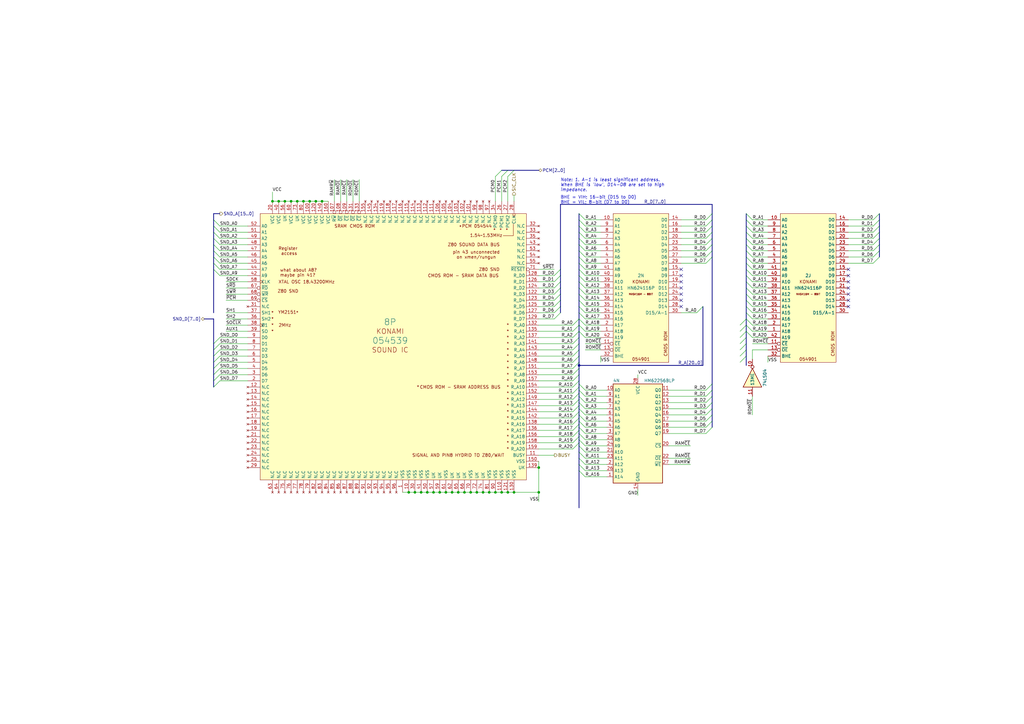
<source format=kicad_sch>
(kicad_sch (version 20231120) (generator "eeschema") (generator_version "8.0")
  (paper "A3")
  (title_block (company "JOTEGO"))
  (junction (at 119.38 82.55))
  (junction (at 185.42 201.93))
  (junction (at 177.8 201.93))
  (junction (at 190.5 201.93))
  (junction (at 195.58 201.93))
  (junction (at 167.64 201.93))
  (junction (at 210.82 201.93))
  (junction (at 193.04 201.93))
  (junction (at 170.18 201.93))
  (junction (at 182.88 201.93))
  (junction (at 129.54 82.55))
  (junction (at 180.34 201.93))
  (junction (at 175.26 201.93))
  (junction (at 200.66 201.93))
  (junction (at 127 82.55))
  (junction (at 172.72 201.93))
  (junction (at 114.3 82.55))
  (junction (at 205.74 201.93))
  (junction (at 198.12 201.93))
  (junction (at 203.2 201.93))
  (junction (at 121.92 82.55))
  (junction (at 187.96 201.93))
  (junction (at 220.98 191.77))
  (junction (at 220.98 201.93))
  (junction (at 111.76 82.55))
  (junction (at 132.08 82.55))
  (junction (at 237.49 149.86))
  (junction (at 124.46 82.55))
  (junction (at 116.84 82.55))
  (junction (at 208.28 201.93))
  (no_connect (at 347.98 113.03))
  (no_connect (at 279.4 118.11))
  (no_connect (at 279.4 123.19))
  (no_connect (at 347.98 118.11))
  (no_connect (at 347.98 115.57))
  (no_connect (at 279.4 110.49))
  (no_connect (at 347.98 120.65))
  (no_connect (at 347.98 110.49))
  (no_connect (at 279.4 113.03))
  (no_connect (at 347.98 125.73))
  (no_connect (at 279.4 120.65))
  (no_connect (at 347.98 123.19))
  (no_connect (at 279.4 125.73))
  (no_connect (at 279.4 115.57))
  (bus_entry (at 308.61 130.81) (size -2.54 -2.54))
  (bus_entry (at 308.61 113.03) (size -2.54 -2.54))
  (bus_entry (at 240.03 170.18) (size -2.54 -2.54))
  (bus_entry (at 90.17 140.97) (size -2.54 2.54))
  (bus_entry (at 240.03 105.41) (size -2.54 -2.54))
  (bus_entry (at 289.56 92.71) (size 2.54 -2.54))
  (bus_entry (at 240.03 180.34) (size -2.54 -2.54))
  (bus_entry (at 240.03 118.11) (size -2.54 -2.54))
  (bus_entry (at 234.95 166.37) (size 2.54 -2.54))
  (bus_entry (at 240.03 185.42) (size -2.54 -2.54))
  (bus_entry (at 308.61 115.57) (size -2.54 -2.54))
  (bus_entry (at 234.95 158.75) (size 2.54 -2.54))
  (bus_entry (at 308.61 90.17) (size -2.54 -2.54))
  (bus_entry (at 303.53 148.59) (size 2.54 -2.54))
  (bus_entry (at 285.75 128.27) (size 2.54 -2.54))
  (bus_entry (at 358.14 92.71) (size 2.54 -2.54))
  (bus_entry (at 227.33 125.73) (size 2.54 -2.54))
  (bus_entry (at 227.33 118.11) (size 2.54 -2.54))
  (bus_entry (at 90.17 107.95) (size -2.54 -2.54))
  (bus_entry (at 358.14 105.41) (size 2.54 -2.54))
  (bus_entry (at 289.56 95.25) (size 2.54 -2.54))
  (bus_entry (at 240.03 160.02) (size -2.54 -2.54))
  (bus_entry (at 234.95 146.05) (size 2.54 -2.54))
  (bus_entry (at 240.03 190.5) (size -2.54 -2.54))
  (bus_entry (at 303.53 138.43) (size 2.54 -2.54))
  (bus_entry (at 358.14 95.25) (size 2.54 -2.54))
  (bus_entry (at 90.17 138.43) (size -2.54 2.54))
  (bus_entry (at 289.56 165.1) (size 2.54 -2.54))
  (bus_entry (at 289.56 167.64) (size 2.54 -2.54))
  (bus_entry (at 234.95 151.13) (size 2.54 -2.54))
  (bus_entry (at 240.03 107.95) (size -2.54 -2.54))
  (bus_entry (at 227.33 113.03) (size 2.54 -2.54))
  (bus_entry (at 240.03 175.26) (size -2.54 -2.54))
  (bus_entry (at 240.03 110.49) (size -2.54 -2.54))
  (bus_entry (at 90.17 110.49) (size -2.54 -2.54))
  (bus_entry (at 303.53 133.35) (size 2.54 -2.54))
  (bus_entry (at 90.17 97.79) (size -2.54 -2.54))
  (bus_entry (at 208.28 72.39) (size 2.54 -2.54))
  (bus_entry (at 90.17 153.67) (size -2.54 2.54))
  (bus_entry (at 234.95 133.35) (size 2.54 -2.54))
  (bus_entry (at 289.56 105.41) (size 2.54 -2.54))
  (bus_entry (at 308.61 95.25) (size -2.54 -2.54))
  (bus_entry (at 308.61 123.19) (size -2.54 -2.54))
  (bus_entry (at 234.95 148.59) (size 2.54 -2.54))
  (bus_entry (at 227.33 128.27) (size 2.54 -2.54))
  (bus_entry (at 240.03 120.65) (size -2.54 -2.54))
  (bus_entry (at 234.95 176.53) (size 2.54 -2.54))
  (bus_entry (at 90.17 102.87) (size -2.54 -2.54))
  (bus_entry (at 303.53 143.51) (size 2.54 -2.54))
  (bus_entry (at 303.53 140.97) (size 2.54 -2.54))
  (bus_entry (at 308.61 107.95) (size -2.54 -2.54))
  (bus_entry (at 227.33 123.19) (size 2.54 -2.54))
  (bus_entry (at 308.61 110.49) (size -2.54 -2.54))
  (bus_entry (at 234.95 138.43) (size 2.54 -2.54))
  (bus_entry (at 90.17 151.13) (size -2.54 2.54))
  (bus_entry (at 308.61 133.35) (size -2.54 -2.54))
  (bus_entry (at 234.95 171.45) (size 2.54 -2.54))
  (bus_entry (at 240.03 92.71) (size -2.54 -2.54))
  (bus_entry (at 289.56 100.33) (size 2.54 -2.54))
  (bus_entry (at 240.03 130.81) (size -2.54 -2.54))
  (bus_entry (at 308.61 135.89) (size -2.54 -2.54))
  (bus_entry (at 234.95 168.91) (size 2.54 -2.54))
  (bus_entry (at 234.95 153.67) (size 2.54 -2.54))
  (bus_entry (at 240.03 115.57) (size -2.54 -2.54))
  (bus_entry (at 240.03 167.64) (size -2.54 -2.54))
  (bus_entry (at 240.03 182.88) (size -2.54 -2.54))
  (bus_entry (at 90.17 156.21) (size -2.54 2.54))
  (bus_entry (at 234.95 163.83) (size 2.54 -2.54))
  (bus_entry (at 240.03 95.25) (size -2.54 -2.54))
  (bus_entry (at 308.61 105.41) (size -2.54 -2.54))
  (bus_entry (at 308.61 138.43) (size -2.54 -2.54))
  (bus_entry (at 240.03 100.33) (size -2.54 -2.54))
  (bus_entry (at 289.56 160.02) (size 2.54 -2.54))
  (bus_entry (at 289.56 172.72) (size 2.54 -2.54))
  (bus_entry (at 234.95 184.15) (size 2.54 -2.54))
  (bus_entry (at 358.14 107.95) (size 2.54 -2.54))
  (bus_entry (at 289.56 162.56) (size 2.54 -2.54))
  (bus_entry (at 308.61 120.65) (size -2.54 -2.54))
  (bus_entry (at 308.61 118.11) (size -2.54 -2.54))
  (bus_entry (at 358.14 90.17) (size 2.54 -2.54))
  (bus_entry (at 240.03 165.1) (size -2.54 -2.54))
  (bus_entry (at 303.53 146.05) (size 2.54 -2.54))
  (bus_entry (at 240.03 128.27) (size -2.54 -2.54))
  (bus_entry (at 234.95 181.61) (size 2.54 -2.54))
  (bus_entry (at 240.03 187.96) (size -2.54 -2.54))
  (bus_entry (at 227.33 130.81) (size 2.54 -2.54))
  (bus_entry (at 240.03 123.19) (size -2.54 -2.54))
  (bus_entry (at 234.95 173.99) (size 2.54 -2.54))
  (bus_entry (at 227.33 120.65) (size 2.54 -2.54))
  (bus_entry (at 308.61 97.79) (size -2.54 -2.54))
  (bus_entry (at 234.95 156.21) (size 2.54 -2.54))
  (bus_entry (at 289.56 170.18) (size 2.54 -2.54))
  (bus_entry (at 240.03 133.35) (size -2.54 -2.54))
  (bus_entry (at 90.17 146.05) (size -2.54 2.54))
  (bus_entry (at 205.74 72.39) (size 2.54 -2.54))
  (bus_entry (at 308.61 125.73) (size -2.54 -2.54))
  (bus_entry (at 90.17 143.51) (size -2.54 2.54))
  (bus_entry (at 234.95 135.89) (size 2.54 -2.54))
  (bus_entry (at 240.03 195.58) (size -2.54 -2.54))
  (bus_entry (at 240.03 113.03) (size -2.54 -2.54))
  (bus_entry (at 308.61 92.71) (size -2.54 -2.54))
  (bus_entry (at 303.53 135.89) (size 2.54 -2.54))
  (bus_entry (at 358.14 97.79) (size 2.54 -2.54))
  (bus_entry (at 240.03 135.89) (size -2.54 -2.54))
  (bus_entry (at 308.61 100.33) (size -2.54 -2.54))
  (bus_entry (at 289.56 102.87) (size 2.54 -2.54))
  (bus_entry (at 308.61 128.27) (size -2.54 -2.54))
  (bus_entry (at 308.61 102.87) (size -2.54 -2.54))
  (bus_entry (at 240.03 172.72) (size -2.54 -2.54))
  (bus_entry (at 240.03 138.43) (size -2.54 -2.54))
  (bus_entry (at 289.56 90.17) (size 2.54 -2.54))
  (bus_entry (at 240.03 177.8) (size -2.54 -2.54))
  (bus_entry (at 358.14 100.33) (size 2.54 -2.54))
  (bus_entry (at 240.03 162.56) (size -2.54 -2.54))
  (bus_entry (at 90.17 148.59) (size -2.54 2.54))
  (bus_entry (at 90.17 95.25) (size -2.54 -2.54))
  (bus_entry (at 289.56 175.26) (size 2.54 -2.54))
  (bus_entry (at 234.95 161.29) (size 2.54 -2.54))
  (bus_entry (at 240.03 193.04) (size -2.54 -2.54))
  (bus_entry (at 289.56 97.79) (size 2.54 -2.54))
  (bus_entry (at 227.33 115.57) (size 2.54 -2.54))
  (bus_entry (at 240.03 90.17) (size -2.54 -2.54))
  (bus_entry (at 234.95 179.07) (size 2.54 -2.54))
  (bus_entry (at 203.2 72.39) (size 2.54 -2.54))
  (bus_entry (at 234.95 143.51) (size 2.54 -2.54))
  (bus_entry (at 240.03 97.79) (size -2.54 -2.54))
  (bus_entry (at 90.17 100.33) (size -2.54 -2.54))
  (bus_entry (at 90.17 113.03) (size -2.54 -2.54))
  (bus_entry (at 358.14 102.87) (size 2.54 -2.54))
  (bus_entry (at 240.03 125.73) (size -2.54 -2.54))
  (bus_entry (at 240.03 102.87) (size -2.54 -2.54))
  (bus_entry (at 90.17 92.71) (size -2.54 -2.54))
  (bus_entry (at 90.17 105.41) (size -2.54 -2.54))
  (bus_entry (at 289.56 177.8) (size 2.54 -2.54))
  (bus_entry (at 289.56 107.95) (size 2.54 -2.54))
  (bus_entry (at 234.95 140.97) (size 2.54 -2.54))
  (bus (pts (xy 292.1 87.63) (xy 292.1 90.17)))
  (wire (pts (xy 220.98 158.75) (xy 234.95 158.75)))
  (bus (pts (xy 87.63 130.81) (xy 87.63 140.97)))
  (bus (pts (xy 306.07 97.79) (xy 306.07 100.33)))
  (wire (pts (xy 92.71 128.27) (xy 101.6 128.27)))
  (wire (pts (xy 314.96 100.33) (xy 308.61 100.33)))
  (bus (pts (xy 237.49 168.91) (xy 237.49 170.18)))
  (wire (pts (xy 220.98 166.37) (xy 234.95 166.37)))
  (wire (pts (xy 220.98 168.91) (xy 234.95 168.91)))
  (wire (pts (xy 347.98 107.95) (xy 358.14 107.95)))
  (wire (pts (xy 240.03 165.1) (xy 248.92 165.1)))
  (wire (pts (xy 220.98 130.81) (xy 227.33 130.81)))
  (wire (pts (xy 246.38 110.49) (xy 240.03 110.49)))
  (bus (pts (xy 306.07 105.41) (xy 306.07 107.95)))
  (wire (pts (xy 240.03 177.8) (xy 248.92 177.8)))
  (bus (pts (xy 205.74 69.85) (xy 208.28 69.85)))
  (wire (pts (xy 90.17 143.51) (xy 101.6 143.51)))
  (wire (pts (xy 246.38 107.95) (xy 240.03 107.95)))
  (wire (pts (xy 347.98 90.17) (xy 358.14 90.17)))
  (bus (pts (xy 87.63 92.71) (xy 87.63 95.25)))
  (wire (pts (xy 279.4 90.17) (xy 289.56 90.17)))
  (bus (pts (xy 237.49 151.13) (xy 237.49 153.67)))
  (bus (pts (xy 306.07 130.81) (xy 306.07 133.35)))
  (wire (pts (xy 274.32 162.56) (xy 289.56 162.56)))
  (bus (pts (xy 237.49 110.49) (xy 237.49 113.03)))
  (wire (pts (xy 114.3 82.55) (xy 116.84 82.55)))
  (wire (pts (xy 246.38 97.79) (xy 240.03 97.79)))
  (wire (pts (xy 210.82 80.01) (xy 210.82 82.55)))
  (wire (pts (xy 220.98 163.83) (xy 234.95 163.83)))
  (wire (pts (xy 92.71 123.19) (xy 101.6 123.19)))
  (wire (pts (xy 240.03 140.97) (xy 246.38 140.97)))
  (bus (pts (xy 292.1 170.18) (xy 292.1 172.72)))
  (bus (pts (xy 237.49 175.26) (xy 237.49 176.53)))
  (bus (pts (xy 83.82 130.81) (xy 87.63 130.81)))
  (wire (pts (xy 246.38 105.41) (xy 240.03 105.41)))
  (bus (pts (xy 292.1 162.56) (xy 292.1 165.1)))
  (bus (pts (xy 306.07 146.05) (xy 306.07 149.86)))
  (wire (pts (xy 246.38 100.33) (xy 240.03 100.33)))
  (wire (pts (xy 175.26 201.93) (xy 177.8 201.93)))
  (wire (pts (xy 240.03 195.58) (xy 248.92 195.58)))
  (wire (pts (xy 240.03 143.51) (xy 246.38 143.51)))
  (wire (pts (xy 129.54 82.55) (xy 132.08 82.55)))
  (bus (pts (xy 237.49 193.04) (xy 237.49 208.28)))
  (wire (pts (xy 90.17 146.05) (xy 101.6 146.05)))
  (wire (pts (xy 101.6 105.41) (xy 90.17 105.41)))
  (wire (pts (xy 246.38 90.17) (xy 240.03 90.17)))
  (wire (pts (xy 314.96 105.41) (xy 308.61 105.41)))
  (wire (pts (xy 261.62 203.2) (xy 261.62 200.66)))
  (wire (pts (xy 220.98 156.21) (xy 234.95 156.21)))
  (wire (pts (xy 220.98 140.97) (xy 234.95 140.97)))
  (bus (pts (xy 360.68 95.25) (xy 360.68 97.79)))
  (wire (pts (xy 261.62 153.67) (xy 261.62 154.94)))
  (bus (pts (xy 237.49 167.64) (xy 237.49 168.91)))
  (wire (pts (xy 274.32 167.64) (xy 289.56 167.64)))
  (bus (pts (xy 292.1 172.72) (xy 292.1 175.26)))
  (wire (pts (xy 314.96 133.35) (xy 308.61 133.35)))
  (wire (pts (xy 274.32 190.5) (xy 283.21 190.5)))
  (bus (pts (xy 237.49 120.65) (xy 237.49 123.19)))
  (bus (pts (xy 87.63 90.17) (xy 87.63 92.71)))
  (bus (pts (xy 237.49 185.42) (xy 237.49 187.96)))
  (wire (pts (xy 314.96 125.73) (xy 308.61 125.73)))
  (bus (pts (xy 292.1 167.64) (xy 292.1 170.18)))
  (wire (pts (xy 167.64 201.93) (xy 170.18 201.93)))
  (bus (pts (xy 360.68 90.17) (xy 360.68 92.71)))
  (bus (pts (xy 87.63 156.21) (xy 87.63 158.75)))
  (bus (pts (xy 306.07 140.97) (xy 306.07 143.51)))
  (bus (pts (xy 237.49 170.18) (xy 237.49 171.45)))
  (wire (pts (xy 220.98 184.15) (xy 234.95 184.15)))
  (bus (pts (xy 237.49 107.95) (xy 237.49 110.49)))
  (wire (pts (xy 347.98 95.25) (xy 358.14 95.25)))
  (bus (pts (xy 229.87 125.73) (xy 229.87 123.19)))
  (bus (pts (xy 237.49 163.83) (xy 237.49 165.1)))
  (wire (pts (xy 90.17 138.43) (xy 101.6 138.43)))
  (wire (pts (xy 246.38 115.57) (xy 240.03 115.57)))
  (bus (pts (xy 292.1 95.25) (xy 292.1 97.79)))
  (bus (pts (xy 306.07 90.17) (xy 306.07 92.71)))
  (wire (pts (xy 240.03 185.42) (xy 248.92 185.42)))
  (bus (pts (xy 237.49 172.72) (xy 237.49 173.99)))
  (bus (pts (xy 87.63 153.67) (xy 87.63 156.21)))
  (bus (pts (xy 237.49 179.07) (xy 237.49 180.34)))
  (bus (pts (xy 237.49 102.87) (xy 237.49 105.41)))
  (bus (pts (xy 292.1 90.17) (xy 292.1 92.71)))
  (bus (pts (xy 237.49 125.73) (xy 237.49 128.27)))
  (bus (pts (xy 208.28 69.85) (xy 210.82 69.85)))
  (wire (pts (xy 246.38 92.71) (xy 240.03 92.71)))
  (bus (pts (xy 237.49 92.71) (xy 237.49 95.25)))
  (bus (pts (xy 306.07 100.33) (xy 306.07 102.87)))
  (wire (pts (xy 90.17 148.59) (xy 101.6 148.59)))
  (wire (pts (xy 119.38 82.55) (xy 121.92 82.55)))
  (wire (pts (xy 220.98 125.73) (xy 227.33 125.73)))
  (bus (pts (xy 237.49 140.97) (xy 237.49 143.51)))
  (bus (pts (xy 292.1 100.33) (xy 292.1 102.87)))
  (bus (pts (xy 306.07 107.95) (xy 306.07 110.49)))
  (wire (pts (xy 279.4 100.33) (xy 289.56 100.33)))
  (wire (pts (xy 220.98 115.57) (xy 227.33 115.57)))
  (wire (pts (xy 227.33 110.49) (xy 220.98 110.49)))
  (bus (pts (xy 237.49 118.11) (xy 237.49 120.65)))
  (wire (pts (xy 92.71 130.81) (xy 101.6 130.81)))
  (wire (pts (xy 111.76 78.74) (xy 111.76 82.55)))
  (bus (pts (xy 87.63 143.51) (xy 87.63 146.05)))
  (wire (pts (xy 347.98 102.87) (xy 358.14 102.87)))
  (wire (pts (xy 308.61 140.97) (xy 314.96 140.97)))
  (wire (pts (xy 274.32 172.72) (xy 289.56 172.72)))
  (bus (pts (xy 292.1 165.1) (xy 292.1 167.64)))
  (wire (pts (xy 246.38 113.03) (xy 240.03 113.03)))
  (wire (pts (xy 220.98 143.51) (xy 234.95 143.51)))
  (wire (pts (xy 220.98 181.61) (xy 234.95 181.61)))
  (bus (pts (xy 292.1 105.41) (xy 292.1 157.48)))
  (wire (pts (xy 314.96 92.71) (xy 308.61 92.71)))
  (wire (pts (xy 314.96 97.79) (xy 308.61 97.79)))
  (wire (pts (xy 90.17 140.97) (xy 101.6 140.97)))
  (wire (pts (xy 274.32 170.18) (xy 289.56 170.18)))
  (bus (pts (xy 306.07 102.87) (xy 306.07 105.41)))
  (wire (pts (xy 314.96 107.95) (xy 308.61 107.95)))
  (wire (pts (xy 220.98 173.99) (xy 234.95 173.99)))
  (bus (pts (xy 87.63 107.95) (xy 87.63 110.49)))
  (bus (pts (xy 237.49 87.63) (xy 237.49 90.17)))
  (bus (pts (xy 306.07 143.51) (xy 306.07 146.05)))
  (wire (pts (xy 198.12 201.93) (xy 200.66 201.93)))
  (bus (pts (xy 292.1 92.71) (xy 292.1 95.25)))
  (bus (pts (xy 237.49 160.02) (xy 237.49 161.29)))
  (bus (pts (xy 306.07 120.65) (xy 306.07 123.19)))
  (wire (pts (xy 90.17 153.67) (xy 101.6 153.67)))
  (bus (pts (xy 306.07 123.19) (xy 306.07 125.73)))
  (wire (pts (xy 220.98 151.13) (xy 234.95 151.13)))
  (bus (pts (xy 87.63 105.41) (xy 87.63 107.95)))
  (wire (pts (xy 220.98 201.93) (xy 220.98 191.77)))
  (wire (pts (xy 116.84 82.55) (xy 119.38 82.55)))
  (wire (pts (xy 127 82.55) (xy 129.54 82.55)))
  (bus (pts (xy 229.87 120.65) (xy 229.87 118.11)))
  (wire (pts (xy 220.98 161.29) (xy 234.95 161.29)))
  (wire (pts (xy 246.38 138.43) (xy 240.03 138.43)))
  (wire (pts (xy 203.2 201.93) (xy 205.74 201.93)))
  (wire (pts (xy 101.6 110.49) (xy 90.17 110.49)))
  (wire (pts (xy 240.03 162.56) (xy 248.92 162.56)))
  (wire (pts (xy 220.98 118.11) (xy 227.33 118.11)))
  (wire (pts (xy 90.17 151.13) (xy 101.6 151.13)))
  (bus (pts (xy 306.07 128.27) (xy 306.07 130.81)))
  (wire (pts (xy 170.18 201.93) (xy 172.72 201.93)))
  (wire (pts (xy 220.98 128.27) (xy 227.33 128.27)))
  (bus (pts (xy 306.07 113.03) (xy 306.07 115.57)))
  (wire (pts (xy 240.03 170.18) (xy 248.92 170.18)))
  (bus (pts (xy 306.07 135.89) (xy 306.07 138.43)))
  (wire (pts (xy 144.78 82.55) (xy 144.78 73.66)))
  (wire (pts (xy 246.38 128.27) (xy 240.03 128.27)))
  (bus (pts (xy 87.63 87.63) (xy 90.17 87.63)))
  (bus (pts (xy 306.07 92.71) (xy 306.07 95.25)))
  (bus (pts (xy 237.49 157.48) (xy 237.49 158.75)))
  (bus (pts (xy 306.07 110.49) (xy 306.07 113.03)))
  (wire (pts (xy 220.98 135.89) (xy 234.95 135.89)))
  (wire (pts (xy 308.61 143.51) (xy 314.96 143.51)))
  (wire (pts (xy 240.03 182.88) (xy 248.92 182.88)))
  (wire (pts (xy 347.98 100.33) (xy 358.14 100.33)))
  (bus (pts (xy 237.49 173.99) (xy 237.49 175.26)))
  (wire (pts (xy 314.96 115.57) (xy 308.61 115.57)))
  (wire (pts (xy 279.4 128.27) (xy 285.75 128.27)))
  (wire (pts (xy 314.96 123.19) (xy 308.61 123.19)))
  (wire (pts (xy 111.76 82.55) (xy 114.3 82.55)))
  (wire (pts (xy 147.32 73.66) (xy 147.32 82.55)))
  (wire (pts (xy 101.6 97.79) (xy 90.17 97.79)))
  (wire (pts (xy 246.38 133.35) (xy 240.03 133.35)))
  (wire (pts (xy 246.38 118.11) (xy 240.03 118.11)))
  (wire (pts (xy 101.6 92.71) (xy 90.17 92.71)))
  (bus (pts (xy 229.87 113.03) (xy 229.87 110.49)))
  (bus (pts (xy 237.49 149.86) (xy 237.49 151.13)))
  (wire (pts (xy 187.96 201.93) (xy 190.5 201.93)))
  (wire (pts (xy 314.96 148.59) (xy 314.96 146.05)))
  (wire (pts (xy 220.98 201.93) (xy 220.98 205.74)))
  (wire (pts (xy 274.32 187.96) (xy 283.21 187.96)))
  (bus (pts (xy 87.63 128.27) (xy 87.63 110.49)))
  (wire (pts (xy 101.6 100.33) (xy 90.17 100.33)))
  (bus (pts (xy 292.1 83.82) (xy 292.1 87.63)))
  (wire (pts (xy 246.38 130.81) (xy 240.03 130.81)))
  (wire (pts (xy 279.4 97.79) (xy 289.56 97.79)))
  (wire (pts (xy 308.61 170.18) (xy 308.61 162.56)))
  (bus (pts (xy 237.49 100.33) (xy 237.49 102.87)))
  (bus (pts (xy 360.68 97.79) (xy 360.68 100.33)))
  (wire (pts (xy 246.38 102.87) (xy 240.03 102.87)))
  (bus (pts (xy 87.63 90.17) (xy 87.63 87.63)))
  (bus (pts (xy 237.49 158.75) (xy 237.49 160.02)))
  (wire (pts (xy 246.38 95.25) (xy 240.03 95.25)))
  (bus (pts (xy 237.49 95.25) (xy 237.49 97.79)))
  (bus (pts (xy 237.49 190.5) (xy 237.49 193.04)))
  (wire (pts (xy 203.2 72.39) (xy 203.2 82.55)))
  (wire (pts (xy 314.96 110.49) (xy 308.61 110.49)))
  (bus (pts (xy 237.49 148.59) (xy 237.49 149.86)))
  (wire (pts (xy 92.71 133.35) (xy 101.6 133.35)))
  (wire (pts (xy 347.98 97.79) (xy 358.14 97.79)))
  (bus (pts (xy 87.63 151.13) (xy 87.63 153.67)))
  (wire (pts (xy 274.32 175.26) (xy 289.56 175.26)))
  (wire (pts (xy 193.04 201.93) (xy 195.58 201.93)))
  (wire (pts (xy 90.17 156.21) (xy 101.6 156.21)))
  (wire (pts (xy 314.96 130.81) (xy 308.61 130.81)))
  (wire (pts (xy 101.6 107.95) (xy 90.17 107.95)))
  (wire (pts (xy 347.98 105.41) (xy 358.14 105.41)))
  (bus (pts (xy 237.49 153.67) (xy 237.49 156.21)))
  (wire (pts (xy 220.98 146.05) (xy 234.95 146.05)))
  (bus (pts (xy 306.07 125.73) (xy 306.07 128.27)))
  (bus (pts (xy 306.07 118.11) (xy 306.07 120.65)))
  (bus (pts (xy 237.49 123.19) (xy 237.49 125.73)))
  (bus (pts (xy 237.49 162.56) (xy 237.49 163.83)))
  (wire (pts (xy 279.4 107.95) (xy 289.56 107.95)))
  (bus (pts (xy 237.49 143.51) (xy 237.49 146.05)))
  (bus (pts (xy 237.49 135.89) (xy 237.49 138.43)))
  (bus (pts (xy 237.49 165.1) (xy 237.49 166.37)))
  (bus (pts (xy 87.63 102.87) (xy 87.63 105.41)))
  (wire (pts (xy 165.1 201.93) (xy 167.64 201.93)))
  (wire (pts (xy 101.6 113.03) (xy 90.17 113.03)))
  (bus (pts (xy 87.63 100.33) (xy 87.63 102.87)))
  (bus (pts (xy 87.63 146.05) (xy 87.63 148.59)))
  (wire (pts (xy 240.03 167.64) (xy 248.92 167.64)))
  (wire (pts (xy 314.96 128.27) (xy 308.61 128.27)))
  (bus (pts (xy 306.07 138.43) (xy 306.07 140.97)))
  (wire (pts (xy 314.96 118.11) (xy 308.61 118.11)))
  (wire (pts (xy 240.03 180.34) (xy 248.92 180.34)))
  (bus (pts (xy 292.1 160.02) (xy 292.1 162.56)))
  (wire (pts (xy 190.5 201.93) (xy 193.04 201.93)))
  (bus (pts (xy 306.07 95.25) (xy 306.07 97.79)))
  (wire (pts (xy 210.82 201.93) (xy 220.98 201.93)))
  (bus (pts (xy 237.49 130.81) (xy 237.49 133.35)))
  (wire (pts (xy 240.03 190.5) (xy 248.92 190.5)))
  (bus (pts (xy 237.49 187.96) (xy 237.49 190.5)))
  (bus (pts (xy 220.98 69.85) (xy 210.82 69.85)))
  (wire (pts (xy 240.03 160.02) (xy 248.92 160.02)))
  (wire (pts (xy 195.58 201.93) (xy 198.12 201.93)))
  (wire (pts (xy 220.98 171.45) (xy 234.95 171.45)))
  (bus (pts (xy 306.07 87.63) (xy 306.07 90.17)))
  (wire (pts (xy 274.32 182.88) (xy 283.21 182.88)))
  (bus (pts (xy 292.1 102.87) (xy 292.1 105.41)))
  (bus (pts (xy 237.49 146.05) (xy 237.49 148.59)))
  (wire (pts (xy 314.96 102.87) (xy 308.61 102.87)))
  (wire (pts (xy 124.46 82.55) (xy 127 82.55)))
  (wire (pts (xy 347.98 92.71) (xy 358.14 92.71)))
  (wire (pts (xy 92.71 115.57) (xy 101.6 115.57)))
  (wire (pts (xy 200.66 201.93) (xy 203.2 201.93)))
  (bus (pts (xy 292.1 157.48) (xy 292.1 160.02)))
  (bus (pts (xy 237.49 156.21) (xy 237.49 157.48)))
  (wire (pts (xy 314.96 135.89) (xy 308.61 135.89)))
  (wire (pts (xy 246.38 120.65) (xy 240.03 120.65)))
  (bus (pts (xy 360.68 102.87) (xy 360.68 105.41)))
  (wire (pts (xy 246.38 125.73) (xy 240.03 125.73)))
  (wire (pts (xy 220.98 133.35) (xy 234.95 133.35)))
  (wire (pts (xy 185.42 201.93) (xy 187.96 201.93)))
  (wire (pts (xy 220.98 120.65) (xy 227.33 120.65)))
  (bus (pts (xy 229.87 128.27) (xy 229.87 125.73)))
  (bus (pts (xy 237.49 149.86) (xy 288.29 149.86)))
  (bus (pts (xy 306.07 133.35) (xy 306.07 135.89)))
  (wire (pts (xy 208.28 201.93) (xy 210.82 201.93)))
  (wire (pts (xy 246.38 135.89) (xy 240.03 135.89)))
  (wire (pts (xy 279.4 95.25) (xy 289.56 95.25)))
  (wire (pts (xy 279.4 92.71) (xy 289.56 92.71)))
  (wire (pts (xy 314.96 113.03) (xy 308.61 113.03)))
  (wire (pts (xy 137.16 82.55) (xy 137.16 73.66)))
  (wire (pts (xy 205.74 201.93) (xy 208.28 201.93)))
  (wire (pts (xy 220.98 153.67) (xy 234.95 153.67)))
  (wire (pts (xy 246.38 148.59) (xy 246.38 146.05)))
  (wire (pts (xy 308.61 143.51) (xy 308.61 147.32)))
  (wire (pts (xy 240.03 172.72) (xy 248.92 172.72)))
  (bus (pts (xy 360.68 87.63) (xy 360.68 90.17)))
  (wire (pts (xy 220.98 123.19) (xy 227.33 123.19)))
  (wire (pts (xy 220.98 176.53) (xy 234.95 176.53)))
  (bus (pts (xy 237.49 177.8) (xy 237.49 179.07)))
  (wire (pts (xy 274.32 165.1) (xy 289.56 165.1)))
  (wire (pts (xy 220.98 148.59) (xy 234.95 148.59)))
  (wire (pts (xy 246.38 123.19) (xy 240.03 123.19)))
  (bus (pts (xy 237.49 181.61) (xy 237.49 182.88)))
  (bus (pts (xy 229.87 123.19) (xy 229.87 120.65)))
  (wire (pts (xy 314.96 95.25) (xy 308.61 95.25)))
  (wire (pts (xy 314.96 90.17) (xy 308.61 90.17)))
  (wire (pts (xy 92.71 135.89) (xy 101.6 135.89)))
  (wire (pts (xy 220.98 191.77) (xy 220.98 189.23)))
  (bus (pts (xy 229.87 110.49) (xy 229.87 83.82)))
  (bus (pts (xy 237.49 182.88) (xy 237.49 185.42)))
  (wire (pts (xy 240.03 187.96) (xy 248.92 187.96)))
  (bus (pts (xy 288.29 125.73) (xy 288.29 149.86)))
  (wire (pts (xy 177.8 201.93) (xy 180.34 201.93)))
  (wire (pts (xy 220.98 186.69) (xy 227.33 186.69)))
  (wire (pts (xy 240.03 193.04) (xy 248.92 193.04)))
  (bus (pts (xy 306.07 115.57) (xy 306.07 118.11)))
  (bus (pts (xy 237.49 180.34) (xy 237.49 181.61)))
  (bus (pts (xy 237.49 90.17) (xy 237.49 92.71)))
  (wire (pts (xy 92.71 118.11) (xy 101.6 118.11)))
  (wire (pts (xy 274.32 160.02) (xy 289.56 160.02)))
  (bus (pts (xy 237.49 105.41) (xy 237.49 107.95)))
  (bus (pts (xy 237.49 138.43) (xy 237.49 140.97)))
  (wire (pts (xy 92.71 120.65) (xy 101.6 120.65)))
  (wire (pts (xy 101.6 95.25) (xy 90.17 95.25)))
  (wire (pts (xy 314.96 138.43) (xy 308.61 138.43)))
  (wire (pts (xy 279.4 105.41) (xy 289.56 105.41)))
  (wire (pts (xy 220.98 138.43) (xy 234.95 138.43)))
  (bus (pts (xy 237.49 171.45) (xy 237.49 172.72)))
  (wire (pts (xy 208.28 72.39) (xy 208.28 82.55)))
  (wire (pts (xy 180.34 201.93) (xy 182.88 201.93)))
  (wire (pts (xy 139.7 82.55) (xy 139.7 73.66)))
  (wire (pts (xy 220.98 113.03) (xy 227.33 113.03)))
  (bus (pts (xy 237.49 161.29) (xy 237.49 162.56)))
  (wire (pts (xy 121.92 82.55) (xy 124.46 82.55)))
  (bus (pts (xy 87.63 97.79) (xy 87.63 100.33)))
  (wire (pts (xy 172.72 201.93) (xy 175.26 201.93)))
  (bus (pts (xy 87.63 148.59) (xy 87.63 151.13)))
  (wire (pts (xy 132.08 82.55) (xy 134.62 82.55)))
  (bus (pts (xy 360.68 92.71) (xy 360.68 95.25)))
  (bus (pts (xy 360.68 100.33) (xy 360.68 102.87)))
  (bus (pts (xy 237.49 166.37) (xy 237.49 167.64)))
  (wire (pts (xy 240.03 175.26) (xy 248.92 175.26)))
  (bus (pts (xy 237.49 115.57) (xy 237.49 118.11)))
  (wire (pts (xy 142.24 73.66) (xy 142.24 82.55)))
  (bus (pts (xy 237.49 128.27) (xy 237.49 130.81)))
  (wire (pts (xy 182.88 201.93) (xy 185.42 201.93)))
  (wire (pts (xy 274.32 177.8) (xy 289.56 177.8)))
  (bus (pts (xy 87.63 95.25) (xy 87.63 97.79)))
  (bus (pts (xy 237.49 113.03) (xy 237.49 115.57)))
  (wire (pts (xy 205.74 72.39) (xy 205.74 82.55)))
  (bus (pts (xy 237.49 133.35) (xy 237.49 135.89)))
  (bus (pts (xy 292.1 97.79) (xy 292.1 100.33)))
  (bus (pts (xy 229.87 118.11) (xy 229.87 115.57)))
  (bus (pts (xy 237.49 97.79) (xy 237.49 100.33)))
  (wire (pts (xy 279.4 102.87) (xy 289.56 102.87)))
  (bus (pts (xy 237.49 176.53) (xy 237.49 177.8)))
  (wire (pts (xy 314.96 120.65) (xy 308.61 120.65)))
  (bus (pts (xy 87.63 140.97) (xy 87.63 143.51)))
  (wire (pts (xy 101.6 102.87) (xy 90.17 102.87)))
  (bus (pts (xy 229.87 115.57) (xy 229.87 113.03)))
  (bus (pts (xy 229.87 83.82) (xy 292.1 83.82)))
  (wire (pts (xy 220.98 179.07) (xy 234.95 179.07)))
  (text "BHE = VIH; 16-bit (D15 to D0)\nBHE = VIL; 8-bit (D7 to D0)" (at 229.87 83.82 0) (effects (font (size 1.27 1.27)) (justify left bottom)))
  (text "Note: 1. A-1 is least significant address.\nWhen BHE is 'low', D14-D8 are set to high \nimpedance." (at 229.87 78.74 0) (effects (font (size 1.27 1.27) (italic yes)) (justify left bottom)))
  (label "R_D2" (at 289.56 165.1 180))
  (label "S~{RD}" (at 92.71 118.11 0))
  (label "R_A1" (at 308.61 90.17 0))
  (label "SND_D1" (at 90.17 140.97 0))
  (label "R_D[7..0]" (at 264.16 83.82 0))
  (label "R_D3" (at 358.14 97.79 180))
  (label "RAM~{CE}" (at 283.21 182.88 180))
  (label "R_D7" (at 227.33 130.81 180))
  (label "R_A5" (at 240.03 172.72 0))
  (label "R_D5" (at 358.14 102.87 180))
  (label "R_D7" (at 289.56 177.8 180))
  (label "R_A15" (at 240.03 125.73 0))
  (label "SND_D0" (at 90.17 138.43 0))
  (label "SH1" (at 92.71 128.27 0))
  (label "GND" (at 261.62 203.2 180))
  (label "RAM~{CE}" (at 142.24 73.66 270))
  (label "R_A8" (at 240.03 107.95 0))
  (label "R_D3" (at 227.33 120.65 180))
  (label "SDCK" (at 92.71 115.57 0))
  (label "R_A16" (at 240.03 195.58 0))
  (label "R_D2" (at 358.14 95.25 180))
  (label "ROM~{OE}" (at 144.78 73.66 270))
  (label "AUX1" (at 92.71 135.89 0))
  (label "R_A18" (at 308.61 133.35 0))
  (label "S~{WR}" (at 92.71 120.65 0))
  (label "R_A5" (at 240.03 100.33 0))
  (label "ROM~{OE}" (at 308.61 170.18 90))
  (label "R_D4" (at 289.56 100.33 180))
  (label "R_D6" (at 227.33 128.27 180))
  (label "R_D4" (at 227.33 123.19 180))
  (label "SND_D5" (at 90.17 151.13 0))
  (label "R_D0" (at 289.56 160.02 180))
  (label "R_A7" (at 240.03 177.8 0))
  (label "R_A10" (at 308.61 113.03 0))
  (label "SND_A2" (at 90.17 97.79 0))
  (label "R_A3" (at 234.95 140.97 180))
  (label "R_A3" (at 240.03 167.64 0))
  (label "R_A10" (at 240.03 113.03 0))
  (label "R_D6" (at 289.56 105.41 180))
  (label "R_A1" (at 240.03 162.56 0))
  (label "R_D6" (at 289.56 175.26 180))
  (label "R_D1" (at 289.56 92.71 180))
  (label "R_A12" (at 234.95 163.83 180))
  (label "ROM~{CE}" (at 240.03 140.97 0))
  (label "R_A3" (at 240.03 95.25 0))
  (label "R_A4" (at 234.95 143.51 180))
  (label "SND_D4" (at 90.17 148.59 0))
  (label "R_D6" (at 358.14 105.41 180))
  (label "SND_D7" (at 90.17 156.21 0))
  (label "R_A3" (at 308.61 95.25 0))
  (label "R_A18" (at 240.03 133.35 0))
  (label "R_A11" (at 240.03 187.96 0))
  (label "ROM~{CE}" (at 147.32 73.66 270))
  (label "R_D1" (at 227.33 115.57 180))
  (label "SND_D3" (at 90.17 146.05 0))
  (label "ROM~{OE}" (at 240.03 143.51 0))
  (label "R_A4" (at 308.61 97.79 0))
  (label "R_A0" (at 285.75 128.27 180))
  (label "R_A13" (at 240.03 193.04 0))
  (label "R_A18" (at 234.95 179.07 180))
  (label "R_A12" (at 240.03 190.5 0))
  (label "R_D3" (at 289.56 167.64 180))
  (label "RAM~{OE}" (at 283.21 187.96 180))
  (label "R_A0" (at 240.03 160.02 0))
  (label "VSS" (at 246.38 148.59 0))
  (label "R_D3" (at 289.56 97.79 180))
  (label "VSS" (at 220.98 205.74 180))
  (label "R_A6" (at 240.03 175.26 0))
  (label "R_A[20..0]" (at 278.13 149.86 0))
  (label "R_A17" (at 240.03 130.81 0))
  (label "VCC" (at 111.76 78.74 0))
  (label "R_D5" (at 289.56 102.87 180))
  (label "SND_A9" (at 90.17 113.03 0))
  (label "R_D0" (at 289.56 90.17 180))
  (label "R_A8" (at 308.61 107.95 0))
  (label "R_D5" (at 289.56 172.72 180))
  (label "R_A6" (at 234.95 148.59 180))
  (label "R_A12" (at 240.03 118.11 0))
  (label "R_A19" (at 234.95 181.61 180))
  (label "R_A1" (at 234.95 135.89 180))
  (label "SND_A4" (at 90.17 102.87 0))
  (label "R_A2" (at 234.95 138.43 180))
  (label "R_D4" (at 289.56 170.18 180))
  (label "R_A2" (at 240.03 92.71 0))
  (label "R_A19" (at 308.61 135.89 0))
  (label "SH2" (at 92.71 130.81 0))
  (label "R_A15" (at 234.95 171.45 180))
  (label "~{PCM}" (at 92.71 123.19 0))
  (label "R_D1" (at 358.14 92.71 180))
  (label "R_A20" (at 234.95 184.15 180))
  (label "SO~{CLK}" (at 92.71 133.35 0))
  (label "R_A7" (at 234.95 151.13 180))
  (label "R_A13" (at 234.95 166.37 180))
  (label "R_A7" (at 308.61 105.41 0))
  (label "R_A17" (at 308.61 130.81 0))
  (label "R_A16" (at 240.03 128.27 0))
  (label "R_A7" (at 240.03 105.41 0))
  (label "R_A6" (at 240.03 102.87 0))
  (label "R_D0" (at 227.33 113.03 180))
  (label "R_A14" (at 234.95 168.91 180))
  (label "R_D5" (at 227.33 125.73 180))
  (label "SND_A3" (at 90.17 100.33 0))
  (label "VCC" (at 261.62 153.67 0))
  (label "R_A4" (at 240.03 97.79 0))
  (label "R_D1" (at 289.56 162.56 180))
  (label "RAMR~{W}" (at 137.16 73.66 270))
  (label "R_A1" (at 240.03 90.17 0))
  (label "R_A9" (at 234.95 156.21 180))
  (label "R_A13" (at 308.61 120.65 0))
  (label "R_A6" (at 308.61 102.87 0))
  (label "R_D4" (at 358.14 100.33 180))
  (label "R_D2" (at 227.33 118.11 180))
  (label "R_A10" (at 240.03 185.42 0))
  (label "R_A17" (at 234.95 176.53 180))
  (label "R_A11" (at 240.03 115.57 0))
  (label "SND_A1" (at 90.17 95.25 0))
  (label "R_A12" (at 308.61 118.11 0))
  (label "SND_D6" (at 90.17 153.67 0))
  (label "PCM2" (at 208.28 73.66 270))
  (label "ROM~{CE}" (at 308.61 140.97 0))
  (label "R_A8" (at 240.03 180.34 0))
  (label "SND_A6" (at 90.17 107.95 0))
  (label "R_A10" (at 234.95 158.75 180))
  (label "R_A9" (at 308.61 110.49 0))
  (label "R_A20" (at 308.61 138.43 0))
  (label "SND_A5" (at 90.17 105.41 0))
  (label "R_D7" (at 358.14 107.95 180))
  (label "SND_A7" (at 90.17 110.49 0))
  (label "R_A5" (at 308.61 100.33 0))
  (label "R_A15" (at 308.61 125.73 0))
  (label "R_A14" (at 308.61 123.19 0))
  (label "R_A11" (at 308.61 115.57 0))
  (label "R_A16" (at 308.61 128.27 0))
  (label "R_D0" (at 358.14 90.17 180))
  (label "R_A5" (at 234.95 146.05 180))
  (label "R_A0" (at 234.95 133.35 180))
  (label "R_A20" (at 240.03 138.43 0))
  (label "SND_A0" (at 90.17 92.71 0))
  (label "SND_D2" (at 90.17 143.51 0))
  (label "VSS" (at 314.96 148.59 0))
  (label "RAM~{OE}" (at 139.7 73.66 270))
  (label "R_A14" (at 240.03 123.19 0))
  (label "R_A9" (at 240.03 182.88 0))
  (label "S~{RST}" (at 227.33 110.49 180))
  (label "R_D7" (at 289.56 107.95 180))
  (label "R_A2" (at 308.61 92.71 0))
  (label "PCM0" (at 203.2 73.66 270))
  (label "R_A13" (at 240.03 120.65 0))
  (label "R_A2" (at 240.03 165.1 0))
  (label "R_A4" (at 240.03 170.18 0))
  (label "R_A16" (at 234.95 173.99 180))
  (label "RAMR~{W}" (at 283.21 190.5 180))
  (label "R_A9" (at 240.03 110.49 0))
  (label "R_A11" (at 234.95 161.29 180))
  (label "R_A8" (at 234.95 153.67 180))
  (label "R_A19" (at 240.03 135.89 0))
  (label "R_D2" (at 289.56 95.25 180))
  (label "PCM1" (at 205.74 73.66 270))
  (hierarchical_label "BUSY" (shape output) (at 227.33 186.69 0))
  (hierarchical_label "SND_A[15..0]" (shape output) (at 90.17 87.63 0))
  (hierarchical_label "SIC_CLK" (shape output) (at 210.82 80.01 90))
  (hierarchical_label "SND_D[7..0]" (shape tri_state) (at 83.82 130.81 180))
  (hierarchical_label "PCM[2..0]" (shape bidirectional) (at 220.98 69.85 0))
  (symbol (lib_id "jt74:74LS04") (at 308.61 154.94 90) (unit 5)
    (property "Reference" "13M" (at 308.61 155.575 0))
    (property "Value" "74LS04" (at 313.69 154.94 0))
    (property "Datasheet" "http://www.ti.com/lit/gpn/sn74LS04" (effects (hide yes)))
    (property "Description" "Hex Inverter" (effects (hide yes)))
  )
  (symbol (lib_id "konami:HN624116P") (at 262.89 118.11 0) (unit 1)
    (property "Reference" "2N" (at 262.89 113.03 0))
    (property "Value" "HN624116P" (at 262.89 118.11 0))
    (property "Datasheet" "https://www.datasheetarchive.com/pdf/download.php?id=d9dde4386fe8cea038e7befc37e47718b616ca&type=M&term=HN624116" (effects (hide yes)))
  )
  (symbol (lib_id "konami:054539") (at 161.29 142.24 0) (unit 1)
    (property "Reference" "8P" (at 160.02 132.08 0) (effects (font (size 2.54 2.54))))
    (property "Value" "054539" (at 160.02 139.7 0) (effects (font (size 2.54 2.54))))
    (property "Datasheet" "https://www.jammarcade.net/konami-054539-info/" (effects (hide yes)))
  )
  (symbol (lib_id "Memory_RAM:HM62256BLP") (at 261.62 177.8 0) (unit 1)
    (property "Reference" "4N" (at 251.46 156.845 0) (effects (justify left bottom)))
    (property "Value" "HM62256BLP" (at 264.16 156.845 0) (effects (justify left bottom)))
    (property "Footprint" "Package_DIP:DIP-28_W15.24mm" (effects (hide yes)))
    (property "Datasheet" "https://web.mit.edu/6.115/www/document/62256.pdf" (effects (hide yes)))
  )
  (symbol (lib_id "konami:HN624116P") (at 331.47 118.11 0) (unit 1)
    (property "Reference" "2J" (at 331.47 113.03 0))
    (property "Value" "HN624116P" (at 331.47 118.11 0))
    (property "Datasheet" "https://www.datasheetarchive.com/pdf/download.php?id=d9dde4386fe8cea038e7befc37e47718b616ca&type=M&term=HN624116" (effects (hide yes)))
  )
)
</source>
